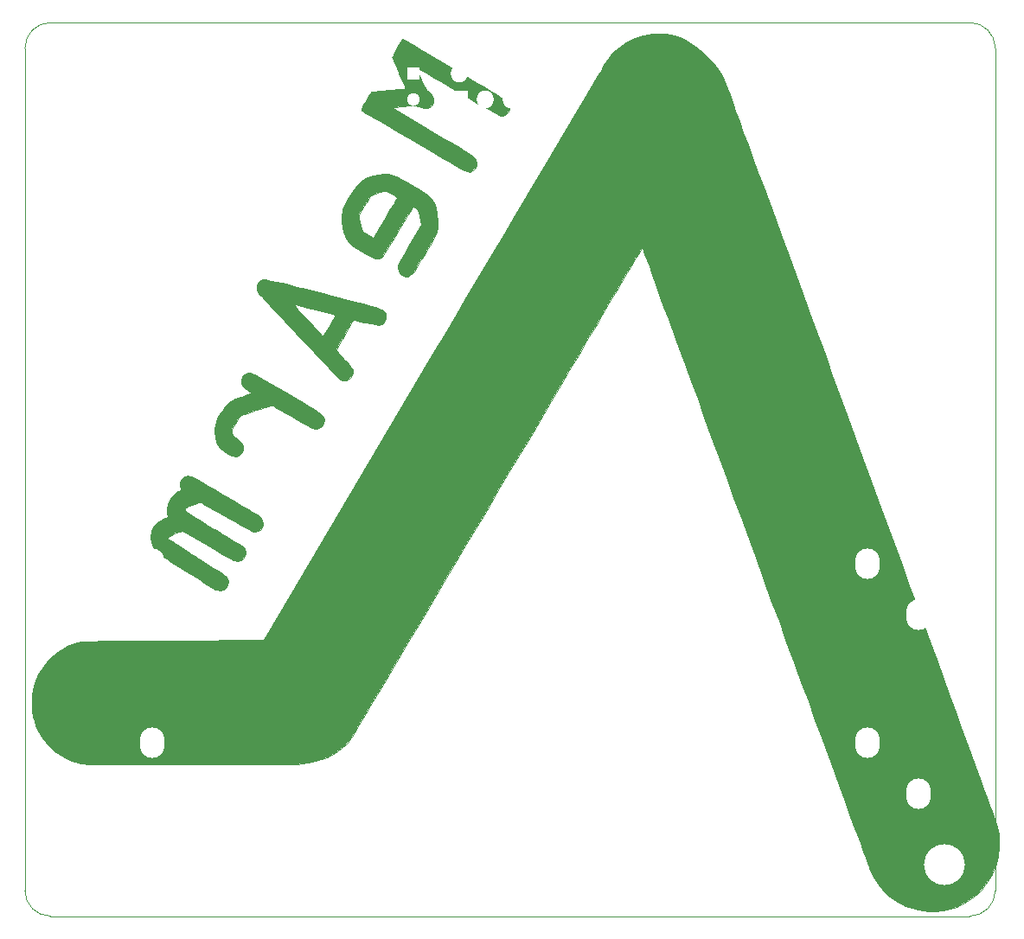
<source format=gbo>
G04 #@! TF.FileFunction,Legend,Bot*
%FSLAX46Y46*%
G04 Gerber Fmt 4.6, Leading zero omitted, Abs format (unit mm)*
G04 Created by KiCad (PCBNEW (2015-01-16 BZR 5376)-product) date 26/03/2015 17:18:18*
%MOMM*%
G01*
G04 APERTURE LIST*
%ADD10C,0.100000*%
%ADD11R,1.300000X1.300000*%
%ADD12C,1.300000*%
%ADD13O,2.400000X3.000000*%
%ADD14R,1.727200X1.727200*%
%ADD15O,1.727200X1.727200*%
%ADD16C,4.000000*%
G04 APERTURE END LIST*
D10*
X85000000Y-127500000D02*
X85000000Y-130000000D01*
X180000000Y-127500000D02*
X180000000Y-130000000D01*
X85000000Y-125000000D02*
X85000000Y-127500000D01*
X180000000Y-125000000D02*
X180000000Y-127500000D01*
X85000000Y-125000000D02*
X85000000Y-47500000D01*
X177500000Y-132500000D02*
X87500000Y-132500000D01*
X180000000Y-47500000D02*
X180000000Y-125000000D01*
X87500000Y-45000000D02*
G75*
G03X85000000Y-47500000I0J-2500000D01*
G01*
X85000000Y-130000000D02*
G75*
G03X87500000Y-132500000I2500000J0D01*
G01*
X177500000Y-132500000D02*
G75*
G03X180000000Y-130000000I0J2500000D01*
G01*
X180000000Y-47500000D02*
G75*
G03X177500000Y-45000000I-2500000J0D01*
G01*
X87500000Y-45000000D02*
X177500000Y-45000000D01*
G36*
X85659417Y-111549237D02*
X85694214Y-112337604D01*
X85810188Y-113058500D01*
X85830877Y-113142151D01*
X86155761Y-114067983D01*
X86624292Y-114921053D01*
X87220855Y-115686133D01*
X87929837Y-116347992D01*
X88735622Y-116891399D01*
X89622598Y-117301123D01*
X90303711Y-117505030D01*
X90409527Y-117528131D01*
X90525594Y-117548819D01*
X90661328Y-117567226D01*
X90826142Y-117583484D01*
X91029450Y-117597726D01*
X91280668Y-117610084D01*
X91589207Y-117620691D01*
X91964484Y-117629678D01*
X92415911Y-117637180D01*
X92952903Y-117643327D01*
X93584875Y-117648253D01*
X94321239Y-117652091D01*
X95171411Y-117654971D01*
X96144805Y-117657028D01*
X97250834Y-117658393D01*
X98498912Y-117659200D01*
X99898454Y-117659580D01*
X101292333Y-117659666D01*
X111621667Y-117659666D01*
X112674008Y-117462727D01*
X113700168Y-117225559D01*
X114586761Y-116919722D01*
X115353224Y-116534783D01*
X116018995Y-116060309D01*
X116603513Y-115485865D01*
X116802472Y-115246666D01*
X116873874Y-115138052D01*
X117028024Y-114889126D01*
X117261632Y-114505425D01*
X117571405Y-113992481D01*
X117954052Y-113355831D01*
X118406284Y-112601010D01*
X118924809Y-111733551D01*
X119506335Y-110758989D01*
X120147571Y-109682861D01*
X120845228Y-108510700D01*
X121596012Y-107248041D01*
X122396635Y-105900419D01*
X123243803Y-104473369D01*
X124134227Y-102972426D01*
X125064615Y-101403124D01*
X126031676Y-99770999D01*
X127032120Y-98081585D01*
X128062654Y-96340417D01*
X129119988Y-94553029D01*
X130200832Y-92724958D01*
X131285553Y-90889394D01*
X132382688Y-89032516D01*
X133457615Y-87213540D01*
X134507145Y-85437852D01*
X135528088Y-83710838D01*
X136517256Y-82037883D01*
X137471459Y-80424374D01*
X138387509Y-78875695D01*
X139262217Y-77397234D01*
X140092394Y-75994376D01*
X140874850Y-74672506D01*
X141606397Y-73437011D01*
X142283845Y-72293276D01*
X142904006Y-71246686D01*
X143463691Y-70302629D01*
X143959710Y-69466489D01*
X144388875Y-68743653D01*
X144747997Y-68139506D01*
X145033887Y-67659434D01*
X145243355Y-67308823D01*
X145373212Y-67093059D01*
X145420271Y-67017527D01*
X145420380Y-67017490D01*
X145450534Y-67097542D01*
X145536785Y-67331174D01*
X145677133Y-67712911D01*
X145869573Y-68237279D01*
X146112104Y-68898805D01*
X146402724Y-69692014D01*
X146739429Y-70611432D01*
X147120218Y-71651585D01*
X147543088Y-72806998D01*
X148006036Y-74072198D01*
X148507061Y-75441710D01*
X149044160Y-76910060D01*
X149615330Y-78471774D01*
X150218569Y-80121379D01*
X150851875Y-81853399D01*
X151513244Y-83662360D01*
X152200676Y-85542789D01*
X152912167Y-87489212D01*
X153645715Y-89496153D01*
X154399318Y-91558140D01*
X155170972Y-93669697D01*
X155958676Y-95825351D01*
X156451614Y-97174429D01*
X157250568Y-99360910D01*
X158035802Y-101509532D01*
X158805259Y-103614676D01*
X159556881Y-105670721D01*
X160288612Y-107672049D01*
X160998394Y-109613039D01*
X161684170Y-111488073D01*
X162343881Y-113291529D01*
X162975472Y-115017788D01*
X163576884Y-116661231D01*
X164146059Y-118216238D01*
X164680942Y-119677188D01*
X165179474Y-121038464D01*
X165639598Y-122294443D01*
X166059256Y-123439508D01*
X166436391Y-124468037D01*
X166768946Y-125374412D01*
X167054864Y-126153012D01*
X167292087Y-126798219D01*
X167478557Y-127304411D01*
X167612217Y-127665970D01*
X167691010Y-127877276D01*
X167710524Y-127928185D01*
X168166084Y-128841290D01*
X168757615Y-129667281D01*
X169468319Y-130392094D01*
X170281399Y-131001662D01*
X171180058Y-131481919D01*
X172147499Y-131818800D01*
X172438927Y-131887754D01*
X172935697Y-131959133D01*
X173531156Y-131993171D01*
X174158886Y-131990122D01*
X174752467Y-131950241D01*
X175230645Y-131877075D01*
X176188205Y-131583501D01*
X177098247Y-131140379D01*
X177933264Y-130565340D01*
X178665750Y-129876017D01*
X179019776Y-129448150D01*
X179593288Y-128549031D01*
X180011664Y-127591656D01*
X180272600Y-126590675D01*
X180373796Y-125560737D01*
X180312950Y-124516491D01*
X180087761Y-123472586D01*
X180001308Y-123200974D01*
X179938165Y-123021322D01*
X179820029Y-122691644D01*
X179649145Y-122218073D01*
X179427756Y-121606745D01*
X179158108Y-120863794D01*
X178842444Y-119995355D01*
X178483010Y-119007562D01*
X178082049Y-117906550D01*
X177641807Y-116698454D01*
X177164527Y-115389408D01*
X176652455Y-113985546D01*
X176107834Y-112493005D01*
X175532909Y-110917917D01*
X174929925Y-109266418D01*
X174301127Y-107544642D01*
X173648757Y-105758725D01*
X172975062Y-103914799D01*
X172282286Y-102019002D01*
X171572672Y-100077466D01*
X170848466Y-98096326D01*
X170111912Y-96081717D01*
X169365255Y-94039775D01*
X168610738Y-91976632D01*
X167850607Y-89898424D01*
X167087106Y-87811287D01*
X166322479Y-85721353D01*
X165558971Y-83634758D01*
X164798827Y-81557636D01*
X164044290Y-79496123D01*
X163297606Y-77456352D01*
X162561019Y-75444458D01*
X161836772Y-73466577D01*
X161127112Y-71528842D01*
X160434282Y-69637388D01*
X159760527Y-67798350D01*
X159108091Y-66017862D01*
X158479218Y-64302059D01*
X157876154Y-62657076D01*
X157301142Y-61089048D01*
X156756428Y-59604108D01*
X156244255Y-58208392D01*
X155766869Y-56908033D01*
X155326513Y-55709168D01*
X154925432Y-54617930D01*
X154565870Y-53640454D01*
X154250073Y-52782875D01*
X153980284Y-52051327D01*
X153758748Y-51451945D01*
X153587710Y-50990863D01*
X153469414Y-50674217D01*
X153406104Y-50508140D01*
X153396884Y-50485686D01*
X153099371Y-49920579D01*
X152726578Y-49370143D01*
X152255236Y-48804089D01*
X151662074Y-48192124D01*
X151556630Y-48090153D01*
X150806343Y-47427849D01*
X150080690Y-46913922D01*
X149352234Y-46535619D01*
X148593541Y-46280190D01*
X147777174Y-46134880D01*
X147266333Y-46096028D01*
X146769343Y-46082920D01*
X146370109Y-46097779D01*
X145998514Y-46146376D01*
X145584624Y-46234438D01*
X144723820Y-46511075D01*
X143902294Y-46910588D01*
X143153721Y-47411463D01*
X142511777Y-47992185D01*
X142146747Y-48430753D01*
X142076874Y-48540408D01*
X141923947Y-48790810D01*
X141690979Y-49176879D01*
X141380987Y-49693534D01*
X140996983Y-50335693D01*
X140541982Y-51098276D01*
X140018998Y-51976202D01*
X139431045Y-52964389D01*
X138781138Y-54057756D01*
X138072291Y-55251223D01*
X137307518Y-56539708D01*
X136489833Y-57918131D01*
X135622250Y-59381410D01*
X134707785Y-60924464D01*
X133749450Y-62542212D01*
X132750261Y-64229573D01*
X131713231Y-65981467D01*
X130641374Y-67792812D01*
X129537706Y-69658527D01*
X128405239Y-71573531D01*
X127246989Y-73532742D01*
X126065970Y-75531081D01*
X125074472Y-77209207D01*
X108380450Y-105467666D01*
X99460058Y-105512457D01*
X98018577Y-105519915D01*
X96736650Y-105527105D01*
X95604498Y-105534216D01*
X94612343Y-105541437D01*
X93750406Y-105548957D01*
X93008908Y-105556966D01*
X92378070Y-105565651D01*
X91848115Y-105575202D01*
X91409262Y-105585808D01*
X91051734Y-105597658D01*
X90765752Y-105610942D01*
X90541537Y-105625847D01*
X90369310Y-105642563D01*
X90239293Y-105661280D01*
X90141706Y-105682185D01*
X90102675Y-105693313D01*
X89134598Y-106077097D01*
X88260586Y-106590880D01*
X87492083Y-107222966D01*
X86840530Y-107961658D01*
X86317372Y-108795257D01*
X85934052Y-109712066D01*
X85833146Y-110057724D01*
X85705746Y-110765308D01*
X85659417Y-111549237D01*
X85659417Y-111549237D01*
X85659417Y-111549237D01*
G37*
X85659417Y-111549237D02*
X85694214Y-112337604D01*
X85810188Y-113058500D01*
X85830877Y-113142151D01*
X86155761Y-114067983D01*
X86624292Y-114921053D01*
X87220855Y-115686133D01*
X87929837Y-116347992D01*
X88735622Y-116891399D01*
X89622598Y-117301123D01*
X90303711Y-117505030D01*
X90409527Y-117528131D01*
X90525594Y-117548819D01*
X90661328Y-117567226D01*
X90826142Y-117583484D01*
X91029450Y-117597726D01*
X91280668Y-117610084D01*
X91589207Y-117620691D01*
X91964484Y-117629678D01*
X92415911Y-117637180D01*
X92952903Y-117643327D01*
X93584875Y-117648253D01*
X94321239Y-117652091D01*
X95171411Y-117654971D01*
X96144805Y-117657028D01*
X97250834Y-117658393D01*
X98498912Y-117659200D01*
X99898454Y-117659580D01*
X101292333Y-117659666D01*
X111621667Y-117659666D01*
X112674008Y-117462727D01*
X113700168Y-117225559D01*
X114586761Y-116919722D01*
X115353224Y-116534783D01*
X116018995Y-116060309D01*
X116603513Y-115485865D01*
X116802472Y-115246666D01*
X116873874Y-115138052D01*
X117028024Y-114889126D01*
X117261632Y-114505425D01*
X117571405Y-113992481D01*
X117954052Y-113355831D01*
X118406284Y-112601010D01*
X118924809Y-111733551D01*
X119506335Y-110758989D01*
X120147571Y-109682861D01*
X120845228Y-108510700D01*
X121596012Y-107248041D01*
X122396635Y-105900419D01*
X123243803Y-104473369D01*
X124134227Y-102972426D01*
X125064615Y-101403124D01*
X126031676Y-99770999D01*
X127032120Y-98081585D01*
X128062654Y-96340417D01*
X129119988Y-94553029D01*
X130200832Y-92724958D01*
X131285553Y-90889394D01*
X132382688Y-89032516D01*
X133457615Y-87213540D01*
X134507145Y-85437852D01*
X135528088Y-83710838D01*
X136517256Y-82037883D01*
X137471459Y-80424374D01*
X138387509Y-78875695D01*
X139262217Y-77397234D01*
X140092394Y-75994376D01*
X140874850Y-74672506D01*
X141606397Y-73437011D01*
X142283845Y-72293276D01*
X142904006Y-71246686D01*
X143463691Y-70302629D01*
X143959710Y-69466489D01*
X144388875Y-68743653D01*
X144747997Y-68139506D01*
X145033887Y-67659434D01*
X145243355Y-67308823D01*
X145373212Y-67093059D01*
X145420271Y-67017527D01*
X145420380Y-67017490D01*
X145450534Y-67097542D01*
X145536785Y-67331174D01*
X145677133Y-67712911D01*
X145869573Y-68237279D01*
X146112104Y-68898805D01*
X146402724Y-69692014D01*
X146739429Y-70611432D01*
X147120218Y-71651585D01*
X147543088Y-72806998D01*
X148006036Y-74072198D01*
X148507061Y-75441710D01*
X149044160Y-76910060D01*
X149615330Y-78471774D01*
X150218569Y-80121379D01*
X150851875Y-81853399D01*
X151513244Y-83662360D01*
X152200676Y-85542789D01*
X152912167Y-87489212D01*
X153645715Y-89496153D01*
X154399318Y-91558140D01*
X155170972Y-93669697D01*
X155958676Y-95825351D01*
X156451614Y-97174429D01*
X157250568Y-99360910D01*
X158035802Y-101509532D01*
X158805259Y-103614676D01*
X159556881Y-105670721D01*
X160288612Y-107672049D01*
X160998394Y-109613039D01*
X161684170Y-111488073D01*
X162343881Y-113291529D01*
X162975472Y-115017788D01*
X163576884Y-116661231D01*
X164146059Y-118216238D01*
X164680942Y-119677188D01*
X165179474Y-121038464D01*
X165639598Y-122294443D01*
X166059256Y-123439508D01*
X166436391Y-124468037D01*
X166768946Y-125374412D01*
X167054864Y-126153012D01*
X167292087Y-126798219D01*
X167478557Y-127304411D01*
X167612217Y-127665970D01*
X167691010Y-127877276D01*
X167710524Y-127928185D01*
X168166084Y-128841290D01*
X168757615Y-129667281D01*
X169468319Y-130392094D01*
X170281399Y-131001662D01*
X171180058Y-131481919D01*
X172147499Y-131818800D01*
X172438927Y-131887754D01*
X172935697Y-131959133D01*
X173531156Y-131993171D01*
X174158886Y-131990122D01*
X174752467Y-131950241D01*
X175230645Y-131877075D01*
X176188205Y-131583501D01*
X177098247Y-131140379D01*
X177933264Y-130565340D01*
X178665750Y-129876017D01*
X179019776Y-129448150D01*
X179593288Y-128549031D01*
X180011664Y-127591656D01*
X180272600Y-126590675D01*
X180373796Y-125560737D01*
X180312950Y-124516491D01*
X180087761Y-123472586D01*
X180001308Y-123200974D01*
X179938165Y-123021322D01*
X179820029Y-122691644D01*
X179649145Y-122218073D01*
X179427756Y-121606745D01*
X179158108Y-120863794D01*
X178842444Y-119995355D01*
X178483010Y-119007562D01*
X178082049Y-117906550D01*
X177641807Y-116698454D01*
X177164527Y-115389408D01*
X176652455Y-113985546D01*
X176107834Y-112493005D01*
X175532909Y-110917917D01*
X174929925Y-109266418D01*
X174301127Y-107544642D01*
X173648757Y-105758725D01*
X172975062Y-103914799D01*
X172282286Y-102019002D01*
X171572672Y-100077466D01*
X170848466Y-98096326D01*
X170111912Y-96081717D01*
X169365255Y-94039775D01*
X168610738Y-91976632D01*
X167850607Y-89898424D01*
X167087106Y-87811287D01*
X166322479Y-85721353D01*
X165558971Y-83634758D01*
X164798827Y-81557636D01*
X164044290Y-79496123D01*
X163297606Y-77456352D01*
X162561019Y-75444458D01*
X161836772Y-73466577D01*
X161127112Y-71528842D01*
X160434282Y-69637388D01*
X159760527Y-67798350D01*
X159108091Y-66017862D01*
X158479218Y-64302059D01*
X157876154Y-62657076D01*
X157301142Y-61089048D01*
X156756428Y-59604108D01*
X156244255Y-58208392D01*
X155766869Y-56908033D01*
X155326513Y-55709168D01*
X154925432Y-54617930D01*
X154565870Y-53640454D01*
X154250073Y-52782875D01*
X153980284Y-52051327D01*
X153758748Y-51451945D01*
X153587710Y-50990863D01*
X153469414Y-50674217D01*
X153406104Y-50508140D01*
X153396884Y-50485686D01*
X153099371Y-49920579D01*
X152726578Y-49370143D01*
X152255236Y-48804089D01*
X151662074Y-48192124D01*
X151556630Y-48090153D01*
X150806343Y-47427849D01*
X150080690Y-46913922D01*
X149352234Y-46535619D01*
X148593541Y-46280190D01*
X147777174Y-46134880D01*
X147266333Y-46096028D01*
X146769343Y-46082920D01*
X146370109Y-46097779D01*
X145998514Y-46146376D01*
X145584624Y-46234438D01*
X144723820Y-46511075D01*
X143902294Y-46910588D01*
X143153721Y-47411463D01*
X142511777Y-47992185D01*
X142146747Y-48430753D01*
X142076874Y-48540408D01*
X141923947Y-48790810D01*
X141690979Y-49176879D01*
X141380987Y-49693534D01*
X140996983Y-50335693D01*
X140541982Y-51098276D01*
X140018998Y-51976202D01*
X139431045Y-52964389D01*
X138781138Y-54057756D01*
X138072291Y-55251223D01*
X137307518Y-56539708D01*
X136489833Y-57918131D01*
X135622250Y-59381410D01*
X134707785Y-60924464D01*
X133749450Y-62542212D01*
X132750261Y-64229573D01*
X131713231Y-65981467D01*
X130641374Y-67792812D01*
X129537706Y-69658527D01*
X128405239Y-71573531D01*
X127246989Y-73532742D01*
X126065970Y-75531081D01*
X125074472Y-77209207D01*
X108380450Y-105467666D01*
X99460058Y-105512457D01*
X98018577Y-105519915D01*
X96736650Y-105527105D01*
X95604498Y-105534216D01*
X94612343Y-105541437D01*
X93750406Y-105548957D01*
X93008908Y-105556966D01*
X92378070Y-105565651D01*
X91848115Y-105575202D01*
X91409262Y-105585808D01*
X91051734Y-105597658D01*
X90765752Y-105610942D01*
X90541537Y-105625847D01*
X90369310Y-105642563D01*
X90239293Y-105661280D01*
X90141706Y-105682185D01*
X90102675Y-105693313D01*
X89134598Y-106077097D01*
X88260586Y-106590880D01*
X87492083Y-107222966D01*
X86840530Y-107961658D01*
X86317372Y-108795257D01*
X85934052Y-109712066D01*
X85833146Y-110057724D01*
X85705746Y-110765308D01*
X85659417Y-111549237D01*
X85659417Y-111549237D01*
G36*
X97291029Y-95383492D02*
X97354344Y-95899205D01*
X97531543Y-96380618D01*
X97808990Y-96776516D01*
X97876261Y-96841786D01*
X97982664Y-96919195D01*
X98212865Y-97074455D01*
X98547417Y-97295120D01*
X98966870Y-97568739D01*
X99451776Y-97882864D01*
X99982688Y-98225046D01*
X100540157Y-98582837D01*
X101104735Y-98943786D01*
X101656975Y-99295446D01*
X102177427Y-99625368D01*
X102646645Y-99921102D01*
X103045179Y-100170200D01*
X103353581Y-100360213D01*
X103552405Y-100478692D01*
X103593934Y-100501712D01*
X103800965Y-100566282D01*
X104070258Y-100598506D01*
X104115574Y-100599333D01*
X104378499Y-100568016D01*
X104573073Y-100445507D01*
X104671474Y-100338837D01*
X104851145Y-100013492D01*
X104878376Y-99670101D01*
X104751394Y-99347407D01*
X104718846Y-99303068D01*
X104610259Y-99209514D01*
X104375063Y-99037285D01*
X104030077Y-98797716D01*
X103592123Y-98502139D01*
X103078021Y-98161890D01*
X102504593Y-97788301D01*
X101888658Y-97392706D01*
X101796435Y-97333947D01*
X101182549Y-96942032D01*
X100613883Y-96576694D01*
X100106249Y-96248265D01*
X99675461Y-95967077D01*
X99337331Y-95743462D01*
X99107672Y-95587751D01*
X99002298Y-95510277D01*
X98997633Y-95505255D01*
X98996890Y-95380505D01*
X99148132Y-95245583D01*
X99457246Y-95096536D01*
X99783549Y-94977352D01*
X100422621Y-94762483D01*
X102931810Y-96241272D01*
X103617251Y-96643991D01*
X104173996Y-96967564D01*
X104618310Y-97220365D01*
X104966459Y-97410768D01*
X105234710Y-97547147D01*
X105439329Y-97637876D01*
X105596581Y-97691329D01*
X105722732Y-97715880D01*
X105804876Y-97720364D01*
X106087696Y-97690749D01*
X106290763Y-97579840D01*
X106376376Y-97496636D01*
X106529704Y-97225387D01*
X106584586Y-96893101D01*
X106536081Y-96571633D01*
X106451216Y-96408333D01*
X106351501Y-96328498D01*
X106122201Y-96173921D01*
X105780091Y-95955025D01*
X105341943Y-95682235D01*
X104824532Y-95365976D01*
X104244629Y-95016672D01*
X103619007Y-94644748D01*
X103511742Y-94581454D01*
X102785840Y-94152449D01*
X102193449Y-93799254D01*
X101721356Y-93513139D01*
X101356350Y-93285377D01*
X101085221Y-93107238D01*
X100894757Y-92969995D01*
X100771746Y-92864918D01*
X100702977Y-92783281D01*
X100675239Y-92716353D01*
X100673728Y-92706445D01*
X100678181Y-92569219D01*
X100756944Y-92472456D01*
X100947479Y-92380073D01*
X101054728Y-92339437D01*
X101360907Y-92225191D01*
X101654073Y-92113100D01*
X101747173Y-92076612D01*
X101971765Y-92000206D01*
X102141685Y-91963826D01*
X102154273Y-91963333D01*
X102253973Y-92005019D01*
X102481169Y-92123359D01*
X102817922Y-92308275D01*
X103246293Y-92549690D01*
X103748342Y-92837526D01*
X104306132Y-93161705D01*
X104716425Y-93402666D01*
X105398707Y-93803485D01*
X105952377Y-94124564D01*
X106393469Y-94374207D01*
X106738018Y-94560714D01*
X107002058Y-94692390D01*
X107201622Y-94777536D01*
X107352744Y-94824456D01*
X107471460Y-94841451D01*
X107496113Y-94842000D01*
X107789507Y-94800636D01*
X108013999Y-94694753D01*
X108015121Y-94693833D01*
X108213114Y-94430938D01*
X108291951Y-94103440D01*
X108253852Y-93764809D01*
X108101041Y-93468514D01*
X107958697Y-93335714D01*
X107838315Y-93259524D01*
X107588144Y-93107234D01*
X107224396Y-92888515D01*
X106763284Y-92613039D01*
X106221023Y-92290477D01*
X105613825Y-91930500D01*
X104957904Y-91542779D01*
X104524558Y-91287212D01*
X103735341Y-90823337D01*
X103077690Y-90439785D01*
X102538189Y-90129392D01*
X102103422Y-89884994D01*
X101759973Y-89699426D01*
X101494428Y-89565523D01*
X101293369Y-89476121D01*
X101143382Y-89424056D01*
X101031051Y-89402164D01*
X100991145Y-89400242D01*
X100678535Y-89441977D01*
X100452409Y-89588560D01*
X100263861Y-89870785D01*
X100182919Y-90127324D01*
X100210400Y-90415712D01*
X100282346Y-90636137D01*
X100254038Y-90757776D01*
X100069442Y-90887353D01*
X100018889Y-90912309D01*
X99562688Y-91218025D01*
X99213934Y-91636534D01*
X98988060Y-92138474D01*
X98900498Y-92694487D01*
X98916494Y-93009582D01*
X98970912Y-93445132D01*
X98550132Y-93594580D01*
X98130576Y-93822710D01*
X97755974Y-94171194D01*
X97471691Y-94591057D01*
X97355233Y-94884692D01*
X97291029Y-95383492D01*
X97291029Y-95383492D01*
X97291029Y-95383492D01*
G37*
X97291029Y-95383492D02*
X97354344Y-95899205D01*
X97531543Y-96380618D01*
X97808990Y-96776516D01*
X97876261Y-96841786D01*
X97982664Y-96919195D01*
X98212865Y-97074455D01*
X98547417Y-97295120D01*
X98966870Y-97568739D01*
X99451776Y-97882864D01*
X99982688Y-98225046D01*
X100540157Y-98582837D01*
X101104735Y-98943786D01*
X101656975Y-99295446D01*
X102177427Y-99625368D01*
X102646645Y-99921102D01*
X103045179Y-100170200D01*
X103353581Y-100360213D01*
X103552405Y-100478692D01*
X103593934Y-100501712D01*
X103800965Y-100566282D01*
X104070258Y-100598506D01*
X104115574Y-100599333D01*
X104378499Y-100568016D01*
X104573073Y-100445507D01*
X104671474Y-100338837D01*
X104851145Y-100013492D01*
X104878376Y-99670101D01*
X104751394Y-99347407D01*
X104718846Y-99303068D01*
X104610259Y-99209514D01*
X104375063Y-99037285D01*
X104030077Y-98797716D01*
X103592123Y-98502139D01*
X103078021Y-98161890D01*
X102504593Y-97788301D01*
X101888658Y-97392706D01*
X101796435Y-97333947D01*
X101182549Y-96942032D01*
X100613883Y-96576694D01*
X100106249Y-96248265D01*
X99675461Y-95967077D01*
X99337331Y-95743462D01*
X99107672Y-95587751D01*
X99002298Y-95510277D01*
X98997633Y-95505255D01*
X98996890Y-95380505D01*
X99148132Y-95245583D01*
X99457246Y-95096536D01*
X99783549Y-94977352D01*
X100422621Y-94762483D01*
X102931810Y-96241272D01*
X103617251Y-96643991D01*
X104173996Y-96967564D01*
X104618310Y-97220365D01*
X104966459Y-97410768D01*
X105234710Y-97547147D01*
X105439329Y-97637876D01*
X105596581Y-97691329D01*
X105722732Y-97715880D01*
X105804876Y-97720364D01*
X106087696Y-97690749D01*
X106290763Y-97579840D01*
X106376376Y-97496636D01*
X106529704Y-97225387D01*
X106584586Y-96893101D01*
X106536081Y-96571633D01*
X106451216Y-96408333D01*
X106351501Y-96328498D01*
X106122201Y-96173921D01*
X105780091Y-95955025D01*
X105341943Y-95682235D01*
X104824532Y-95365976D01*
X104244629Y-95016672D01*
X103619007Y-94644748D01*
X103511742Y-94581454D01*
X102785840Y-94152449D01*
X102193449Y-93799254D01*
X101721356Y-93513139D01*
X101356350Y-93285377D01*
X101085221Y-93107238D01*
X100894757Y-92969995D01*
X100771746Y-92864918D01*
X100702977Y-92783281D01*
X100675239Y-92716353D01*
X100673728Y-92706445D01*
X100678181Y-92569219D01*
X100756944Y-92472456D01*
X100947479Y-92380073D01*
X101054728Y-92339437D01*
X101360907Y-92225191D01*
X101654073Y-92113100D01*
X101747173Y-92076612D01*
X101971765Y-92000206D01*
X102141685Y-91963826D01*
X102154273Y-91963333D01*
X102253973Y-92005019D01*
X102481169Y-92123359D01*
X102817922Y-92308275D01*
X103246293Y-92549690D01*
X103748342Y-92837526D01*
X104306132Y-93161705D01*
X104716425Y-93402666D01*
X105398707Y-93803485D01*
X105952377Y-94124564D01*
X106393469Y-94374207D01*
X106738018Y-94560714D01*
X107002058Y-94692390D01*
X107201622Y-94777536D01*
X107352744Y-94824456D01*
X107471460Y-94841451D01*
X107496113Y-94842000D01*
X107789507Y-94800636D01*
X108013999Y-94694753D01*
X108015121Y-94693833D01*
X108213114Y-94430938D01*
X108291951Y-94103440D01*
X108253852Y-93764809D01*
X108101041Y-93468514D01*
X107958697Y-93335714D01*
X107838315Y-93259524D01*
X107588144Y-93107234D01*
X107224396Y-92888515D01*
X106763284Y-92613039D01*
X106221023Y-92290477D01*
X105613825Y-91930500D01*
X104957904Y-91542779D01*
X104524558Y-91287212D01*
X103735341Y-90823337D01*
X103077690Y-90439785D01*
X102538189Y-90129392D01*
X102103422Y-89884994D01*
X101759973Y-89699426D01*
X101494428Y-89565523D01*
X101293369Y-89476121D01*
X101143382Y-89424056D01*
X101031051Y-89402164D01*
X100991145Y-89400242D01*
X100678535Y-89441977D01*
X100452409Y-89588560D01*
X100263861Y-89870785D01*
X100182919Y-90127324D01*
X100210400Y-90415712D01*
X100282346Y-90636137D01*
X100254038Y-90757776D01*
X100069442Y-90887353D01*
X100018889Y-90912309D01*
X99562688Y-91218025D01*
X99213934Y-91636534D01*
X98988060Y-92138474D01*
X98900498Y-92694487D01*
X98916494Y-93009582D01*
X98970912Y-93445132D01*
X98550132Y-93594580D01*
X98130576Y-93822710D01*
X97755974Y-94171194D01*
X97471691Y-94591057D01*
X97355233Y-94884692D01*
X97291029Y-95383492D01*
X97291029Y-95383492D01*
G36*
X103579787Y-85063000D02*
X103607107Y-85597964D01*
X103699396Y-86017078D01*
X103875625Y-86367462D01*
X104154768Y-86696232D01*
X104288054Y-86821941D01*
X104776059Y-87197003D01*
X105228113Y-87408400D01*
X105643072Y-87455787D01*
X106009430Y-87344514D01*
X106220773Y-87143424D01*
X106351241Y-86849394D01*
X106378867Y-86528240D01*
X106339329Y-86356044D01*
X106223502Y-86182473D01*
X106015099Y-85971947D01*
X105822744Y-85817451D01*
X105513311Y-85574088D01*
X105329517Y-85366621D01*
X105244488Y-85157370D01*
X105229333Y-84985390D01*
X105274720Y-84811347D01*
X105392968Y-84547426D01*
X105557208Y-84240600D01*
X105740571Y-83937839D01*
X105916188Y-83686115D01*
X106057190Y-83532401D01*
X106062981Y-83528034D01*
X106180006Y-83473943D01*
X106426067Y-83379981D01*
X106769100Y-83256879D01*
X107177044Y-83115369D01*
X107617836Y-82966182D01*
X108059413Y-82820048D01*
X108469713Y-82687699D01*
X108816673Y-82579865D01*
X109068232Y-82507277D01*
X109192326Y-82480666D01*
X109192365Y-82480666D01*
X109287946Y-82522190D01*
X109508794Y-82639209D01*
X109834795Y-82820397D01*
X110245833Y-83054428D01*
X110721795Y-83329975D01*
X111222180Y-83623666D01*
X111871250Y-84004391D01*
X112394110Y-84301937D01*
X112808686Y-84522001D01*
X113132907Y-84670276D01*
X113384699Y-84752458D01*
X113581988Y-84774241D01*
X113742702Y-84741321D01*
X113884768Y-84659392D01*
X114026113Y-84534148D01*
X114041180Y-84519179D01*
X114243662Y-84212035D01*
X114283309Y-83865791D01*
X114169414Y-83513628D01*
X114092884Y-83427619D01*
X113924730Y-83294420D01*
X113656703Y-83108795D01*
X113280559Y-82865506D01*
X112788051Y-82559316D01*
X112170931Y-82184987D01*
X111420954Y-81737283D01*
X110719247Y-81322459D01*
X110028398Y-80917140D01*
X109375781Y-80537554D01*
X108777180Y-80192647D01*
X108248379Y-79891363D01*
X107805162Y-79642645D01*
X107463312Y-79455438D01*
X107238612Y-79338686D01*
X107153857Y-79302035D01*
X106832352Y-79301506D01*
X106526128Y-79431641D01*
X106301366Y-79662600D01*
X106283674Y-79694387D01*
X106167997Y-80071501D01*
X106216440Y-80424533D01*
X106424283Y-80742299D01*
X106786803Y-81013613D01*
X106856077Y-81050555D01*
X107042939Y-81166231D01*
X107129054Y-81261771D01*
X107123240Y-81291659D01*
X107015930Y-81344971D01*
X106784997Y-81435246D01*
X106468232Y-81548254D01*
X106219600Y-81631969D01*
X105618842Y-81858618D01*
X105149212Y-82109337D01*
X104772521Y-82410375D01*
X104450579Y-82787980D01*
X104370507Y-82902862D01*
X104058989Y-83383456D01*
X103839622Y-83774199D01*
X103697325Y-84116293D01*
X103617017Y-84450939D01*
X103583614Y-84819340D01*
X103579787Y-85063000D01*
X103579787Y-85063000D01*
X103579787Y-85063000D01*
G37*
X103579787Y-85063000D02*
X103607107Y-85597964D01*
X103699396Y-86017078D01*
X103875625Y-86367462D01*
X104154768Y-86696232D01*
X104288054Y-86821941D01*
X104776059Y-87197003D01*
X105228113Y-87408400D01*
X105643072Y-87455787D01*
X106009430Y-87344514D01*
X106220773Y-87143424D01*
X106351241Y-86849394D01*
X106378867Y-86528240D01*
X106339329Y-86356044D01*
X106223502Y-86182473D01*
X106015099Y-85971947D01*
X105822744Y-85817451D01*
X105513311Y-85574088D01*
X105329517Y-85366621D01*
X105244488Y-85157370D01*
X105229333Y-84985390D01*
X105274720Y-84811347D01*
X105392968Y-84547426D01*
X105557208Y-84240600D01*
X105740571Y-83937839D01*
X105916188Y-83686115D01*
X106057190Y-83532401D01*
X106062981Y-83528034D01*
X106180006Y-83473943D01*
X106426067Y-83379981D01*
X106769100Y-83256879D01*
X107177044Y-83115369D01*
X107617836Y-82966182D01*
X108059413Y-82820048D01*
X108469713Y-82687699D01*
X108816673Y-82579865D01*
X109068232Y-82507277D01*
X109192326Y-82480666D01*
X109192365Y-82480666D01*
X109287946Y-82522190D01*
X109508794Y-82639209D01*
X109834795Y-82820397D01*
X110245833Y-83054428D01*
X110721795Y-83329975D01*
X111222180Y-83623666D01*
X111871250Y-84004391D01*
X112394110Y-84301937D01*
X112808686Y-84522001D01*
X113132907Y-84670276D01*
X113384699Y-84752458D01*
X113581988Y-84774241D01*
X113742702Y-84741321D01*
X113884768Y-84659392D01*
X114026113Y-84534148D01*
X114041180Y-84519179D01*
X114243662Y-84212035D01*
X114283309Y-83865791D01*
X114169414Y-83513628D01*
X114092884Y-83427619D01*
X113924730Y-83294420D01*
X113656703Y-83108795D01*
X113280559Y-82865506D01*
X112788051Y-82559316D01*
X112170931Y-82184987D01*
X111420954Y-81737283D01*
X110719247Y-81322459D01*
X110028398Y-80917140D01*
X109375781Y-80537554D01*
X108777180Y-80192647D01*
X108248379Y-79891363D01*
X107805162Y-79642645D01*
X107463312Y-79455438D01*
X107238612Y-79338686D01*
X107153857Y-79302035D01*
X106832352Y-79301506D01*
X106526128Y-79431641D01*
X106301366Y-79662600D01*
X106283674Y-79694387D01*
X106167997Y-80071501D01*
X106216440Y-80424533D01*
X106424283Y-80742299D01*
X106786803Y-81013613D01*
X106856077Y-81050555D01*
X107042939Y-81166231D01*
X107129054Y-81261771D01*
X107123240Y-81291659D01*
X107015930Y-81344971D01*
X106784997Y-81435246D01*
X106468232Y-81548254D01*
X106219600Y-81631969D01*
X105618842Y-81858618D01*
X105149212Y-82109337D01*
X104772521Y-82410375D01*
X104450579Y-82787980D01*
X104370507Y-82902862D01*
X104058989Y-83383456D01*
X103839622Y-83774199D01*
X103697325Y-84116293D01*
X103617017Y-84450939D01*
X103583614Y-84819340D01*
X103579787Y-85063000D01*
X103579787Y-85063000D01*
G36*
X107686182Y-71072451D02*
X107831780Y-71434801D01*
X108002167Y-71660058D01*
X108180600Y-71856554D01*
X108452022Y-72150750D01*
X108804523Y-72530026D01*
X109226192Y-72981757D01*
X109705117Y-73493323D01*
X110229389Y-74052100D01*
X110787097Y-74645466D01*
X111349439Y-75242855D01*
X111349439Y-72594678D01*
X111367667Y-72589040D01*
X111495265Y-72621622D01*
X111761769Y-72689613D01*
X112142000Y-72786592D01*
X112610778Y-72906136D01*
X113142925Y-73041825D01*
X113491258Y-73130637D01*
X115445515Y-73628885D01*
X114809946Y-74683480D01*
X114174376Y-75738075D01*
X113575355Y-75091326D01*
X113288978Y-74782879D01*
X112929010Y-74396274D01*
X112537715Y-73976849D01*
X112157359Y-73569941D01*
X112087333Y-73495134D01*
X111775286Y-73153693D01*
X111540236Y-72879665D01*
X111394262Y-72688259D01*
X111349439Y-72594678D01*
X111349439Y-75242855D01*
X111366329Y-75260798D01*
X111955175Y-75885475D01*
X112541725Y-76506873D01*
X113114067Y-77112371D01*
X113660291Y-77689345D01*
X114168486Y-78225175D01*
X114626742Y-78707236D01*
X115023147Y-79122906D01*
X115345791Y-79459564D01*
X115582764Y-79704587D01*
X115722154Y-79845351D01*
X115752362Y-79873345D01*
X116094118Y-80044203D01*
X116453522Y-80047570D01*
X116631500Y-79988497D01*
X116893631Y-79816142D01*
X117037363Y-79565482D01*
X117082622Y-79201089D01*
X117082667Y-79186259D01*
X117073763Y-79038132D01*
X117034926Y-78900504D01*
X116947967Y-78745584D01*
X116794700Y-78545582D01*
X116556935Y-78272708D01*
X116299500Y-77989634D01*
X116010900Y-77671213D01*
X115765712Y-77393950D01*
X115585941Y-77183234D01*
X115493589Y-77064454D01*
X115486551Y-77051595D01*
X115519660Y-76960824D01*
X115625196Y-76753589D01*
X115787325Y-76456887D01*
X115990211Y-76097713D01*
X116218019Y-75703064D01*
X116454915Y-75299935D01*
X116685063Y-74915324D01*
X116892627Y-74576226D01*
X117061773Y-74309638D01*
X117176665Y-74142555D01*
X117218653Y-74098666D01*
X117312789Y-74118240D01*
X117537823Y-74171605D01*
X117860564Y-74250728D01*
X118247825Y-74347575D01*
X118268000Y-74352666D01*
X118850178Y-74491270D01*
X119296015Y-74573208D01*
X119629502Y-74596292D01*
X119874629Y-74558333D01*
X120055385Y-74457142D01*
X120195762Y-74290531D01*
X120264284Y-74170537D01*
X120356731Y-73823669D01*
X120300066Y-73476062D01*
X120103139Y-73181255D01*
X120100325Y-73178598D01*
X120023985Y-73130928D01*
X119876521Y-73068885D01*
X119648029Y-72989690D01*
X119328606Y-72890568D01*
X118908350Y-72768741D01*
X118377358Y-72621430D01*
X117725727Y-72445859D01*
X116943554Y-72239249D01*
X116020936Y-71998825D01*
X114947970Y-71721807D01*
X114450121Y-71593883D01*
X113446539Y-71337811D01*
X112499214Y-71099030D01*
X111621398Y-70880718D01*
X110826340Y-70686052D01*
X110127290Y-70518209D01*
X109537499Y-70380368D01*
X109070215Y-70275704D01*
X108738690Y-70207395D01*
X108556172Y-70178619D01*
X108545447Y-70177992D01*
X108266265Y-70179223D01*
X108089673Y-70223112D01*
X107950185Y-70331737D01*
X107889281Y-70399221D01*
X107705071Y-70724157D01*
X107686182Y-71072451D01*
X107686182Y-71072451D01*
X107686182Y-71072451D01*
G37*
X107686182Y-71072451D02*
X107831780Y-71434801D01*
X108002167Y-71660058D01*
X108180600Y-71856554D01*
X108452022Y-72150750D01*
X108804523Y-72530026D01*
X109226192Y-72981757D01*
X109705117Y-73493323D01*
X110229389Y-74052100D01*
X110787097Y-74645466D01*
X111349439Y-75242855D01*
X111349439Y-72594678D01*
X111367667Y-72589040D01*
X111495265Y-72621622D01*
X111761769Y-72689613D01*
X112142000Y-72786592D01*
X112610778Y-72906136D01*
X113142925Y-73041825D01*
X113491258Y-73130637D01*
X115445515Y-73628885D01*
X114809946Y-74683480D01*
X114174376Y-75738075D01*
X113575355Y-75091326D01*
X113288978Y-74782879D01*
X112929010Y-74396274D01*
X112537715Y-73976849D01*
X112157359Y-73569941D01*
X112087333Y-73495134D01*
X111775286Y-73153693D01*
X111540236Y-72879665D01*
X111394262Y-72688259D01*
X111349439Y-72594678D01*
X111349439Y-75242855D01*
X111366329Y-75260798D01*
X111955175Y-75885475D01*
X112541725Y-76506873D01*
X113114067Y-77112371D01*
X113660291Y-77689345D01*
X114168486Y-78225175D01*
X114626742Y-78707236D01*
X115023147Y-79122906D01*
X115345791Y-79459564D01*
X115582764Y-79704587D01*
X115722154Y-79845351D01*
X115752362Y-79873345D01*
X116094118Y-80044203D01*
X116453522Y-80047570D01*
X116631500Y-79988497D01*
X116893631Y-79816142D01*
X117037363Y-79565482D01*
X117082622Y-79201089D01*
X117082667Y-79186259D01*
X117073763Y-79038132D01*
X117034926Y-78900504D01*
X116947967Y-78745584D01*
X116794700Y-78545582D01*
X116556935Y-78272708D01*
X116299500Y-77989634D01*
X116010900Y-77671213D01*
X115765712Y-77393950D01*
X115585941Y-77183234D01*
X115493589Y-77064454D01*
X115486551Y-77051595D01*
X115519660Y-76960824D01*
X115625196Y-76753589D01*
X115787325Y-76456887D01*
X115990211Y-76097713D01*
X116218019Y-75703064D01*
X116454915Y-75299935D01*
X116685063Y-74915324D01*
X116892627Y-74576226D01*
X117061773Y-74309638D01*
X117176665Y-74142555D01*
X117218653Y-74098666D01*
X117312789Y-74118240D01*
X117537823Y-74171605D01*
X117860564Y-74250728D01*
X118247825Y-74347575D01*
X118268000Y-74352666D01*
X118850178Y-74491270D01*
X119296015Y-74573208D01*
X119629502Y-74596292D01*
X119874629Y-74558333D01*
X120055385Y-74457142D01*
X120195762Y-74290531D01*
X120264284Y-74170537D01*
X120356731Y-73823669D01*
X120300066Y-73476062D01*
X120103139Y-73181255D01*
X120100325Y-73178598D01*
X120023985Y-73130928D01*
X119876521Y-73068885D01*
X119648029Y-72989690D01*
X119328606Y-72890568D01*
X118908350Y-72768741D01*
X118377358Y-72621430D01*
X117725727Y-72445859D01*
X116943554Y-72239249D01*
X116020936Y-71998825D01*
X114947970Y-71721807D01*
X114450121Y-71593883D01*
X113446539Y-71337811D01*
X112499214Y-71099030D01*
X111621398Y-70880718D01*
X110826340Y-70686052D01*
X110127290Y-70518209D01*
X109537499Y-70380368D01*
X109070215Y-70275704D01*
X108738690Y-70207395D01*
X108556172Y-70178619D01*
X108545447Y-70177992D01*
X108266265Y-70179223D01*
X108089673Y-70223112D01*
X107950185Y-70331737D01*
X107889281Y-70399221D01*
X107705071Y-70724157D01*
X107686182Y-71072451D01*
X107686182Y-71072451D01*
G36*
X116015856Y-63931569D02*
X116032241Y-64448311D01*
X116100385Y-64996732D01*
X116212685Y-65514906D01*
X116356064Y-65928848D01*
X116507307Y-66219291D01*
X116695159Y-66476333D01*
X116944669Y-66722471D01*
X117280886Y-66980200D01*
X117712880Y-67261609D01*
X117712880Y-64049312D01*
X117737220Y-63859757D01*
X117808950Y-63653133D01*
X117938995Y-63396780D01*
X118138280Y-63058035D01*
X118377857Y-62668666D01*
X118589399Y-62334573D01*
X118751322Y-62111621D01*
X118899575Y-61964830D01*
X119070106Y-61859218D01*
X119298864Y-61759804D01*
X119320892Y-61751018D01*
X119730543Y-61598042D01*
X120037681Y-61519750D01*
X120292276Y-61517188D01*
X120544300Y-61591405D01*
X120843724Y-61743448D01*
X120915738Y-61784464D01*
X121195665Y-61949970D01*
X121351238Y-62061792D01*
X121406838Y-62147190D01*
X121386843Y-62233427D01*
X121359273Y-62280413D01*
X121284515Y-62403483D01*
X121138157Y-62648557D01*
X120934423Y-62991664D01*
X120687534Y-63408834D01*
X120411714Y-63876096D01*
X120300000Y-64065666D01*
X119950828Y-64658043D01*
X119677521Y-65120307D01*
X119470271Y-65468408D01*
X119319270Y-65718297D01*
X119214709Y-65885920D01*
X119146781Y-65987230D01*
X119105678Y-66038173D01*
X119081591Y-66054700D01*
X119076450Y-66055333D01*
X118992053Y-66015259D01*
X118803100Y-65910026D01*
X118549922Y-65762119D01*
X118541297Y-65756984D01*
X118244515Y-65565670D01*
X118046035Y-65384440D01*
X117916956Y-65166929D01*
X117828379Y-64866773D01*
X117762669Y-64507863D01*
X117725004Y-64254460D01*
X117712880Y-64049312D01*
X117712880Y-67261609D01*
X117728860Y-67272019D01*
X118101178Y-67496147D01*
X118626643Y-67790764D01*
X119041771Y-67984728D01*
X119368371Y-68083267D01*
X119628255Y-68091610D01*
X119843233Y-68014983D01*
X119949458Y-67939166D01*
X120034509Y-67831877D01*
X120193178Y-67597026D01*
X120413739Y-67253306D01*
X120684468Y-66819411D01*
X120993641Y-66314034D01*
X121329533Y-65755869D01*
X121524323Y-65428236D01*
X121863663Y-64855768D01*
X122175642Y-64330966D01*
X122449774Y-63871346D01*
X122675578Y-63494428D01*
X122842568Y-63217729D01*
X122940261Y-63058767D01*
X122961278Y-63027166D01*
X123047366Y-63046053D01*
X123212110Y-63141148D01*
X123256342Y-63171688D01*
X123426978Y-63334134D01*
X123553670Y-63563184D01*
X123649190Y-63891947D01*
X123726310Y-64353531D01*
X123733579Y-64408870D01*
X123788737Y-64836740D01*
X122637035Y-66777465D01*
X122235217Y-67464199D01*
X121916604Y-68029637D01*
X121683758Y-68468930D01*
X121539243Y-68777226D01*
X121485620Y-68949676D01*
X121485333Y-68957299D01*
X121553502Y-69309031D01*
X121737432Y-69596925D01*
X122003395Y-69771487D01*
X122252189Y-69844508D01*
X122433176Y-69847759D01*
X122628333Y-69784558D01*
X122807842Y-69670126D01*
X122974391Y-69514759D01*
X123081902Y-69367562D01*
X123256810Y-69098672D01*
X123483798Y-68734150D01*
X123747549Y-68300058D01*
X124032746Y-67822461D01*
X124324070Y-67327419D01*
X124606206Y-66840996D01*
X124863836Y-66389254D01*
X125081642Y-65998255D01*
X125244307Y-65694063D01*
X125336514Y-65502740D01*
X125344652Y-65481726D01*
X125442697Y-65004859D01*
X125444364Y-64403255D01*
X125349656Y-63691408D01*
X125344232Y-63662775D01*
X125244815Y-63199149D01*
X125129910Y-62822181D01*
X124978760Y-62506844D01*
X124770608Y-62228107D01*
X124484698Y-61960943D01*
X124100271Y-61680324D01*
X123596573Y-61361219D01*
X123276173Y-61169129D01*
X122622061Y-60783005D01*
X122092316Y-60476153D01*
X121666789Y-60239592D01*
X121325332Y-60064341D01*
X121047795Y-59941417D01*
X120814029Y-59861840D01*
X120603885Y-59816627D01*
X120397214Y-59796796D01*
X120189611Y-59793265D01*
X119632427Y-59854043D01*
X119021001Y-60016777D01*
X118417305Y-60260264D01*
X117883307Y-60563299D01*
X117829272Y-60600931D01*
X117613149Y-60805297D01*
X117351512Y-61129222D01*
X117066170Y-61536892D01*
X116778930Y-61992492D01*
X116511602Y-62460207D01*
X116285995Y-62904220D01*
X116123916Y-63288719D01*
X116058835Y-63508430D01*
X116015856Y-63931569D01*
X116015856Y-63931569D01*
X116015856Y-63931569D01*
G37*
X116015856Y-63931569D02*
X116032241Y-64448311D01*
X116100385Y-64996732D01*
X116212685Y-65514906D01*
X116356064Y-65928848D01*
X116507307Y-66219291D01*
X116695159Y-66476333D01*
X116944669Y-66722471D01*
X117280886Y-66980200D01*
X117712880Y-67261609D01*
X117712880Y-64049312D01*
X117737220Y-63859757D01*
X117808950Y-63653133D01*
X117938995Y-63396780D01*
X118138280Y-63058035D01*
X118377857Y-62668666D01*
X118589399Y-62334573D01*
X118751322Y-62111621D01*
X118899575Y-61964830D01*
X119070106Y-61859218D01*
X119298864Y-61759804D01*
X119320892Y-61751018D01*
X119730543Y-61598042D01*
X120037681Y-61519750D01*
X120292276Y-61517188D01*
X120544300Y-61591405D01*
X120843724Y-61743448D01*
X120915738Y-61784464D01*
X121195665Y-61949970D01*
X121351238Y-62061792D01*
X121406838Y-62147190D01*
X121386843Y-62233427D01*
X121359273Y-62280413D01*
X121284515Y-62403483D01*
X121138157Y-62648557D01*
X120934423Y-62991664D01*
X120687534Y-63408834D01*
X120411714Y-63876096D01*
X120300000Y-64065666D01*
X119950828Y-64658043D01*
X119677521Y-65120307D01*
X119470271Y-65468408D01*
X119319270Y-65718297D01*
X119214709Y-65885920D01*
X119146781Y-65987230D01*
X119105678Y-66038173D01*
X119081591Y-66054700D01*
X119076450Y-66055333D01*
X118992053Y-66015259D01*
X118803100Y-65910026D01*
X118549922Y-65762119D01*
X118541297Y-65756984D01*
X118244515Y-65565670D01*
X118046035Y-65384440D01*
X117916956Y-65166929D01*
X117828379Y-64866773D01*
X117762669Y-64507863D01*
X117725004Y-64254460D01*
X117712880Y-64049312D01*
X117712880Y-67261609D01*
X117728860Y-67272019D01*
X118101178Y-67496147D01*
X118626643Y-67790764D01*
X119041771Y-67984728D01*
X119368371Y-68083267D01*
X119628255Y-68091610D01*
X119843233Y-68014983D01*
X119949458Y-67939166D01*
X120034509Y-67831877D01*
X120193178Y-67597026D01*
X120413739Y-67253306D01*
X120684468Y-66819411D01*
X120993641Y-66314034D01*
X121329533Y-65755869D01*
X121524323Y-65428236D01*
X121863663Y-64855768D01*
X122175642Y-64330966D01*
X122449774Y-63871346D01*
X122675578Y-63494428D01*
X122842568Y-63217729D01*
X122940261Y-63058767D01*
X122961278Y-63027166D01*
X123047366Y-63046053D01*
X123212110Y-63141148D01*
X123256342Y-63171688D01*
X123426978Y-63334134D01*
X123553670Y-63563184D01*
X123649190Y-63891947D01*
X123726310Y-64353531D01*
X123733579Y-64408870D01*
X123788737Y-64836740D01*
X122637035Y-66777465D01*
X122235217Y-67464199D01*
X121916604Y-68029637D01*
X121683758Y-68468930D01*
X121539243Y-68777226D01*
X121485620Y-68949676D01*
X121485333Y-68957299D01*
X121553502Y-69309031D01*
X121737432Y-69596925D01*
X122003395Y-69771487D01*
X122252189Y-69844508D01*
X122433176Y-69847759D01*
X122628333Y-69784558D01*
X122807842Y-69670126D01*
X122974391Y-69514759D01*
X123081902Y-69367562D01*
X123256810Y-69098672D01*
X123483798Y-68734150D01*
X123747549Y-68300058D01*
X124032746Y-67822461D01*
X124324070Y-67327419D01*
X124606206Y-66840996D01*
X124863836Y-66389254D01*
X125081642Y-65998255D01*
X125244307Y-65694063D01*
X125336514Y-65502740D01*
X125344652Y-65481726D01*
X125442697Y-65004859D01*
X125444364Y-64403255D01*
X125349656Y-63691408D01*
X125344232Y-63662775D01*
X125244815Y-63199149D01*
X125129910Y-62822181D01*
X124978760Y-62506844D01*
X124770608Y-62228107D01*
X124484698Y-61960943D01*
X124100271Y-61680324D01*
X123596573Y-61361219D01*
X123276173Y-61169129D01*
X122622061Y-60783005D01*
X122092316Y-60476153D01*
X121666789Y-60239592D01*
X121325332Y-60064341D01*
X121047795Y-59941417D01*
X120814029Y-59861840D01*
X120603885Y-59816627D01*
X120397214Y-59796796D01*
X120189611Y-59793265D01*
X119632427Y-59854043D01*
X119021001Y-60016777D01*
X118417305Y-60260264D01*
X117883307Y-60563299D01*
X117829272Y-60600931D01*
X117613149Y-60805297D01*
X117351512Y-61129222D01*
X117066170Y-61536892D01*
X116778930Y-61992492D01*
X116511602Y-62460207D01*
X116285995Y-62904220D01*
X116123916Y-63288719D01*
X116058835Y-63508430D01*
X116015856Y-63931569D01*
X116015856Y-63931569D01*
G36*
X117927645Y-53529836D02*
X117964496Y-53590950D01*
X118039368Y-53643175D01*
X118234929Y-53762808D01*
X118551401Y-53952567D01*
X118973960Y-54203783D01*
X119487781Y-54507784D01*
X120078038Y-54855902D01*
X120729907Y-55239466D01*
X121428563Y-55649807D01*
X122159180Y-56078254D01*
X122906934Y-56516138D01*
X123657000Y-56954788D01*
X124394553Y-57385536D01*
X125104767Y-57799710D01*
X125772818Y-58188642D01*
X126383881Y-58543660D01*
X126923130Y-58856096D01*
X127375742Y-59117279D01*
X127726890Y-59318540D01*
X127961750Y-59451208D01*
X128065447Y-59506593D01*
X128332868Y-59596910D01*
X128540640Y-59600966D01*
X128682000Y-59560872D01*
X128986292Y-59368381D01*
X129175777Y-59078391D01*
X129233305Y-58731742D01*
X129162752Y-58416045D01*
X129125207Y-58346499D01*
X129061771Y-58268983D01*
X128960999Y-58176150D01*
X128811444Y-58060657D01*
X128601660Y-57915159D01*
X128320201Y-57732313D01*
X127955621Y-57504773D01*
X127496473Y-57225196D01*
X126931312Y-56886238D01*
X126248692Y-56480552D01*
X125437165Y-56000797D01*
X124959570Y-55719107D01*
X120877903Y-53313000D01*
X122078779Y-53200251D01*
X122554063Y-53156840D01*
X122896176Y-53131587D01*
X123140460Y-53126017D01*
X123322260Y-53141656D01*
X123476919Y-53180027D01*
X123639779Y-53242658D01*
X123704847Y-53270414D01*
X124092997Y-53392381D01*
X124409144Y-53380577D01*
X124689541Y-53231437D01*
X124764871Y-53166182D01*
X124956358Y-52884214D01*
X125011478Y-52557090D01*
X124937867Y-52228736D01*
X124743166Y-51943079D01*
X124524613Y-51784490D01*
X124302972Y-51600997D01*
X124102247Y-51280374D01*
X124050087Y-51169224D01*
X123771956Y-50540034D01*
X123558466Y-50043643D01*
X123411628Y-49684975D01*
X123333453Y-49468956D01*
X123325953Y-49400510D01*
X123328292Y-49401461D01*
X123410976Y-49449531D01*
X123626130Y-49575495D01*
X123960251Y-49771425D01*
X124399836Y-50029394D01*
X124931380Y-50341474D01*
X125541380Y-50699738D01*
X126216333Y-51096258D01*
X126942735Y-51523107D01*
X127373406Y-51776224D01*
X128269520Y-52301862D01*
X129031762Y-52746364D01*
X129671370Y-53115862D01*
X130199587Y-53416486D01*
X130627653Y-53654368D01*
X130966809Y-53835640D01*
X131228296Y-53966432D01*
X131423355Y-54052876D01*
X131563227Y-54101103D01*
X131659153Y-54117244D01*
X131665518Y-54117333D01*
X132019451Y-54042665D01*
X132285633Y-53831943D01*
X132442229Y-53505089D01*
X132464439Y-53388377D01*
X132476940Y-53137805D01*
X132411047Y-52951858D01*
X132268704Y-52773130D01*
X132170417Y-52700228D01*
X131943691Y-52551983D01*
X131602616Y-52336821D01*
X131161284Y-52063168D01*
X130633786Y-51739451D01*
X130034214Y-51374093D01*
X129376658Y-50975523D01*
X128675210Y-50552165D01*
X127943962Y-50112446D01*
X127197003Y-49664791D01*
X126448427Y-49217627D01*
X125712323Y-48779379D01*
X125002783Y-48358473D01*
X124333899Y-47963335D01*
X123719761Y-47602391D01*
X123174461Y-47284068D01*
X122712090Y-47016790D01*
X122346740Y-46808984D01*
X122092501Y-46669075D01*
X121963465Y-46605491D01*
X121950170Y-46603121D01*
X121854584Y-46753163D01*
X121710897Y-46996245D01*
X121539050Y-47296510D01*
X121358986Y-47618096D01*
X121190644Y-47925144D01*
X121053966Y-48181796D01*
X120968893Y-48352191D01*
X120950695Y-48400437D01*
X120984732Y-48501189D01*
X121078617Y-48730698D01*
X121221549Y-49063831D01*
X121402728Y-49475455D01*
X121611352Y-49940437D01*
X121633731Y-49989833D01*
X121869171Y-50513715D01*
X122038218Y-50903313D01*
X122147361Y-51177188D01*
X122203092Y-51353901D01*
X122211905Y-51452012D01*
X122180289Y-51490081D01*
X122159362Y-51492666D01*
X122019809Y-51499462D01*
X121754852Y-51518055D01*
X121396037Y-51545752D01*
X120974908Y-51579864D01*
X120523009Y-51617697D01*
X120071886Y-51656561D01*
X119653084Y-51693762D01*
X119298146Y-51726611D01*
X119038618Y-51752414D01*
X118906045Y-51768481D01*
X118895547Y-51771168D01*
X118849251Y-51846587D01*
X118734197Y-52038765D01*
X118567717Y-52318643D01*
X118367140Y-52657163D01*
X118366862Y-52657634D01*
X118150686Y-53025152D01*
X118011550Y-53274590D01*
X117940266Y-53433601D01*
X117927645Y-53529836D01*
X117927645Y-53529836D01*
X117927645Y-53529836D01*
G37*
X117927645Y-53529836D02*
X117964496Y-53590950D01*
X118039368Y-53643175D01*
X118234929Y-53762808D01*
X118551401Y-53952567D01*
X118973960Y-54203783D01*
X119487781Y-54507784D01*
X120078038Y-54855902D01*
X120729907Y-55239466D01*
X121428563Y-55649807D01*
X122159180Y-56078254D01*
X122906934Y-56516138D01*
X123657000Y-56954788D01*
X124394553Y-57385536D01*
X125104767Y-57799710D01*
X125772818Y-58188642D01*
X126383881Y-58543660D01*
X126923130Y-58856096D01*
X127375742Y-59117279D01*
X127726890Y-59318540D01*
X127961750Y-59451208D01*
X128065447Y-59506593D01*
X128332868Y-59596910D01*
X128540640Y-59600966D01*
X128682000Y-59560872D01*
X128986292Y-59368381D01*
X129175777Y-59078391D01*
X129233305Y-58731742D01*
X129162752Y-58416045D01*
X129125207Y-58346499D01*
X129061771Y-58268983D01*
X128960999Y-58176150D01*
X128811444Y-58060657D01*
X128601660Y-57915159D01*
X128320201Y-57732313D01*
X127955621Y-57504773D01*
X127496473Y-57225196D01*
X126931312Y-56886238D01*
X126248692Y-56480552D01*
X125437165Y-56000797D01*
X124959570Y-55719107D01*
X120877903Y-53313000D01*
X122078779Y-53200251D01*
X122554063Y-53156840D01*
X122896176Y-53131587D01*
X123140460Y-53126017D01*
X123322260Y-53141656D01*
X123476919Y-53180027D01*
X123639779Y-53242658D01*
X123704847Y-53270414D01*
X124092997Y-53392381D01*
X124409144Y-53380577D01*
X124689541Y-53231437D01*
X124764871Y-53166182D01*
X124956358Y-52884214D01*
X125011478Y-52557090D01*
X124937867Y-52228736D01*
X124743166Y-51943079D01*
X124524613Y-51784490D01*
X124302972Y-51600997D01*
X124102247Y-51280374D01*
X124050087Y-51169224D01*
X123771956Y-50540034D01*
X123558466Y-50043643D01*
X123411628Y-49684975D01*
X123333453Y-49468956D01*
X123325953Y-49400510D01*
X123328292Y-49401461D01*
X123410976Y-49449531D01*
X123626130Y-49575495D01*
X123960251Y-49771425D01*
X124399836Y-50029394D01*
X124931380Y-50341474D01*
X125541380Y-50699738D01*
X126216333Y-51096258D01*
X126942735Y-51523107D01*
X127373406Y-51776224D01*
X128269520Y-52301862D01*
X129031762Y-52746364D01*
X129671370Y-53115862D01*
X130199587Y-53416486D01*
X130627653Y-53654368D01*
X130966809Y-53835640D01*
X131228296Y-53966432D01*
X131423355Y-54052876D01*
X131563227Y-54101103D01*
X131659153Y-54117244D01*
X131665518Y-54117333D01*
X132019451Y-54042665D01*
X132285633Y-53831943D01*
X132442229Y-53505089D01*
X132464439Y-53388377D01*
X132476940Y-53137805D01*
X132411047Y-52951858D01*
X132268704Y-52773130D01*
X132170417Y-52700228D01*
X131943691Y-52551983D01*
X131602616Y-52336821D01*
X131161284Y-52063168D01*
X130633786Y-51739451D01*
X130034214Y-51374093D01*
X129376658Y-50975523D01*
X128675210Y-50552165D01*
X127943962Y-50112446D01*
X127197003Y-49664791D01*
X126448427Y-49217627D01*
X125712323Y-48779379D01*
X125002783Y-48358473D01*
X124333899Y-47963335D01*
X123719761Y-47602391D01*
X123174461Y-47284068D01*
X122712090Y-47016790D01*
X122346740Y-46808984D01*
X122092501Y-46669075D01*
X121963465Y-46605491D01*
X121950170Y-46603121D01*
X121854584Y-46753163D01*
X121710897Y-46996245D01*
X121539050Y-47296510D01*
X121358986Y-47618096D01*
X121190644Y-47925144D01*
X121053966Y-48181796D01*
X120968893Y-48352191D01*
X120950695Y-48400437D01*
X120984732Y-48501189D01*
X121078617Y-48730698D01*
X121221549Y-49063831D01*
X121402728Y-49475455D01*
X121611352Y-49940437D01*
X121633731Y-49989833D01*
X121869171Y-50513715D01*
X122038218Y-50903313D01*
X122147361Y-51177188D01*
X122203092Y-51353901D01*
X122211905Y-51452012D01*
X122180289Y-51490081D01*
X122159362Y-51492666D01*
X122019809Y-51499462D01*
X121754852Y-51518055D01*
X121396037Y-51545752D01*
X120974908Y-51579864D01*
X120523009Y-51617697D01*
X120071886Y-51656561D01*
X119653084Y-51693762D01*
X119298146Y-51726611D01*
X119038618Y-51752414D01*
X118906045Y-51768481D01*
X118895547Y-51771168D01*
X118849251Y-51846587D01*
X118734197Y-52038765D01*
X118567717Y-52318643D01*
X118367140Y-52657163D01*
X118366862Y-52657634D01*
X118150686Y-53025152D01*
X118011550Y-53274590D01*
X117940266Y-53433601D01*
X117927645Y-53529836D01*
X117927645Y-53529836D01*
%LPC*%
D11*
X123000000Y-50000000D03*
D12*
X123000000Y-52500000D03*
D13*
X97500000Y-63000000D03*
X92500000Y-68000000D03*
X167500000Y-63000000D03*
X172500000Y-68000000D03*
X97500000Y-80500000D03*
X92500000Y-85500000D03*
X167500000Y-80500000D03*
X172500000Y-85500000D03*
X97500000Y-98000000D03*
X92500000Y-103000000D03*
X167500000Y-98000000D03*
X172500000Y-103000000D03*
X97500000Y-115500000D03*
X92500000Y-120500000D03*
X167500000Y-115500000D03*
X172500000Y-120500000D03*
D14*
X127500000Y-52500000D03*
D15*
X127500000Y-49960000D03*
X130040000Y-52500000D03*
X130040000Y-49960000D03*
X132580000Y-52500000D03*
X132580000Y-49960000D03*
X135120000Y-52500000D03*
X135120000Y-49960000D03*
X137660000Y-52500000D03*
X137660000Y-49960000D03*
D16*
X90000000Y-50000000D03*
X175000000Y-50000000D03*
X90000000Y-127500000D03*
X175000000Y-127500000D03*
M02*

</source>
